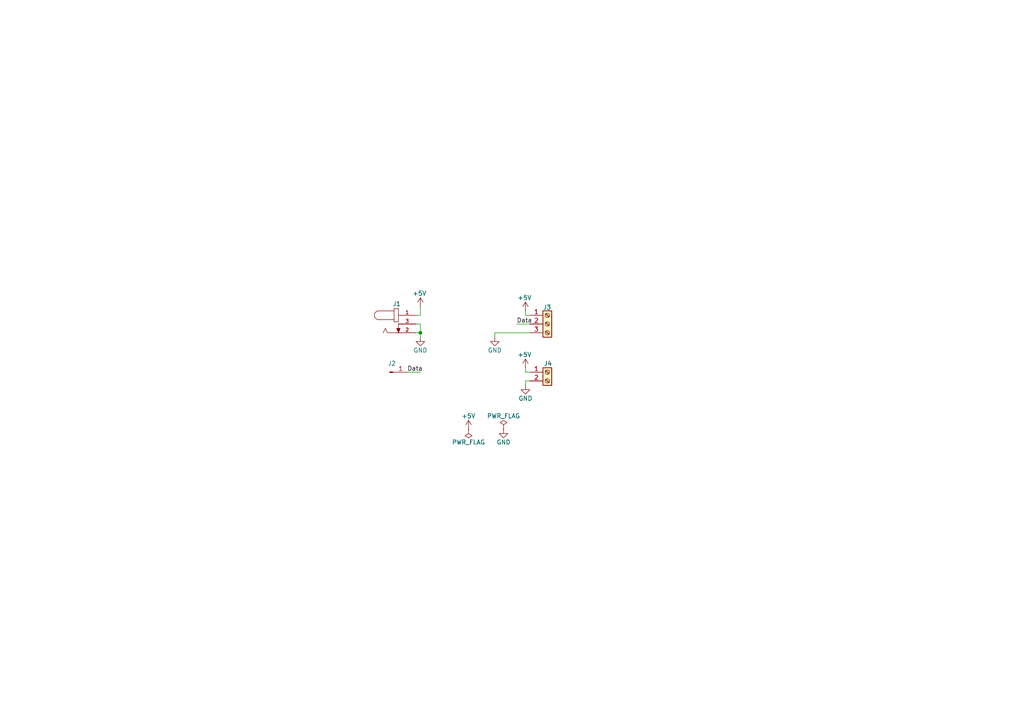
<source format=kicad_sch>
(kicad_sch (version 20231120) (generator "eeschema") (generator_version "8.0")
  (paper "A4")
  (lib_symbols
    (symbol "Connector:Conn_01x01_Pin" (pin_names (offset 1.016) hide)
      (property "Reference" "J" (at 0 2.54 0))
      (property "Value" "Conn_01x01_Pin" (at 0 -2.54 0))
      (symbol "Conn_01x01_Pin_1_1"
        (polyline (pts (xy 1.27 0) (xy 0.8636 0)) (stroke (width 0.1524)))
        (rectangle (start 0.8636 0.127) (end 0 -0.127) (stroke (width 0.1524)) (fill (type outline)))
        (pin passive line (at 5.08 0 180) (length 3.81) (name "Pin_1") (number "1"))
      )
    )
    (symbol "Connector:Screw_Terminal_01x02" (pin_names (offset 1.016) hide)
      (property "Reference" "J" (at 0 2.54 0))
      (property "Value" "Screw_Terminal_01x02" (at 0 -5.08 0))
      (symbol "Screw_Terminal_01x02_1_1"
        (rectangle (start -1.27 1.27) (end 1.27 -3.81) (stroke (width 0.254)) (fill (type background)))
        (circle (center 0 -2.54) (radius 0.635) (stroke (width 0.1524)))
        (polyline (pts (xy -0.5334 -2.2098) (xy 0.3302 -3.048)) (stroke (width 0.1524)))
        (polyline (pts (xy -0.5334 0.3302) (xy 0.3302 -0.508)) (stroke (width 0.1524)))
        (polyline (pts (xy -0.3556 -2.032) (xy 0.508 -2.8702)) (stroke (width 0.1524)))
        (polyline (pts (xy -0.3556 0.508) (xy 0.508 -0.3302)) (stroke (width 0.1524)))
        (circle (center 0 0) (radius 0.635) (stroke (width 0.1524)))
        (pin passive line (at -5.08 0 0) (length 3.81) (name "Pin_1") (number "1"))
        (pin passive line (at -5.08 -2.54 0) (length 3.81) (name "Pin_2") (number "2"))
      )
    )
    (symbol "Connector:Screw_Terminal_01x03" (pin_names (offset 1.016) hide)
      (property "Reference" "J" (at 0 5.08 0))
      (property "Value" "Screw_Terminal_01x03" (at 0 -5.08 0))
      (symbol "Screw_Terminal_01x03_1_1"
        (rectangle (start -1.27 3.81) (end 1.27 -3.81) (stroke (width 0.254)) (fill (type background)))
        (circle (center 0 -2.54) (radius 0.635) (stroke (width 0.1524)))
        (polyline (pts (xy -0.5334 -2.2098) (xy 0.3302 -3.048)) (stroke (width 0.1524)))
        (polyline (pts (xy -0.5334 0.3302) (xy 0.3302 -0.508)) (stroke (width 0.1524)))
        (polyline (pts (xy -0.5334 2.8702) (xy 0.3302 2.032)) (stroke (width 0.1524)))
        (polyline (pts (xy -0.3556 -2.032) (xy 0.508 -2.8702)) (stroke (width 0.1524)))
        (polyline (pts (xy -0.3556 0.508) (xy 0.508 -0.3302)) (stroke (width 0.1524)))
        (polyline (pts (xy -0.3556 3.048) (xy 0.508 2.2098)) (stroke (width 0.1524)))
        (circle (center 0 0) (radius 0.635) (stroke (width 0.1524)))
        (circle (center 0 2.54) (radius 0.635) (stroke (width 0.1524)))
        (pin passive line (at -5.08 2.54 0) (length 3.81) (name "Pin_1") (number "1"))
        (pin passive line (at -5.08 0 0) (length 3.81) (name "Pin_2") (number "2"))
        (pin passive line (at -5.08 -2.54 0) (length 3.81) (name "Pin_3") (number "3"))
      )
    )
    (symbol "PJ-102B:PJ-102B" (pin_names (offset 1.016))
      (property "Reference" "J" (at -7.626 5.084 0))
      (property "Value" "PJ-102B" (at -7.6323 -5.0882 0))
      (symbol "PJ-102B_0_0"
        (arc (start -5.715 3.81) (mid -6.9794 2.54) (end -5.715 1.27) (stroke (width 0.1524)))
        (polyline (pts (xy -5.715 3.81) (xy -1.27 3.81)) (stroke (width 0.1524)))
        (polyline (pts (xy -3.81 -1.27) (xy -4.445 -2.54)) (stroke (width 0.1524)))
        (polyline (pts (xy -3.175 -2.54) (xy -3.81 -1.27)) (stroke (width 0.1524)))
        (polyline (pts (xy -1.27 0.635) (xy 0 0.635)) (stroke (width 0.1524)))
        (polyline (pts (xy -1.27 1.27) (xy -5.715 1.27)) (stroke (width 0.1524)))
        (polyline (pts (xy -1.27 1.27) (xy -1.27 0.635)) (stroke (width 0.1524)))
        (polyline (pts (xy -1.27 3.81) (xy -1.27 1.27)) (stroke (width 0.1524)))
        (polyline (pts (xy -1.27 4.445) (xy -1.27 3.81)) (stroke (width 0.1524)))
        (polyline (pts (xy 0 -2.54) (xy -3.175 -2.54)) (stroke (width 0.1524)))
        (polyline (pts (xy 0 0) (xy 0 -2.54)) (stroke (width 0.1524)))
        (polyline (pts (xy 0 0.635) (xy 0 4.445)) (stroke (width 0.1524)))
        (polyline (pts (xy 0 4.445) (xy -1.27 4.445)) (stroke (width 0.1524)))
        (polyline (pts (xy 0 -2.54) (xy -0.508 -1.27) (xy 0.508 -1.27) (xy 0 -2.54)) (stroke (width 0.1524)) (fill (type outline)))
        (pin passive line (at 5.08 2.54 180) (length 5.08) (name "~") (number "1"))
        (pin passive line (at 5.08 -2.54 180) (length 5.08) (name "~") (number "2"))
        (pin passive line (at 5.08 0 180) (length 5.08) (name "~") (number "3"))
      )
    )
    (symbol "power:+5V" (power) (pin_numbers hide) (pin_names (offset 0) hide)
      (property "Value" "+5V" (at 0 3.556 0))
      (symbol "+5V_0_1"
        (polyline (pts (xy -0.762 1.27) (xy 0 2.54)))
        (polyline (pts (xy 0 0) (xy 0 2.54)))
        (polyline (pts (xy 0 2.54) (xy 0.762 1.27)))
      )
      (symbol "+5V_1_1"
        (pin power_in line (at 0 0 90) (length 0) (name "~") (number "1"))
      )
    )
    (symbol "power:GND" (power) (pin_numbers hide) (pin_names (offset 0) hide)
      (property "Value" "GND" (at 0 -3.81 0))
      (symbol "GND_0_1"
        (polyline (pts (xy 0 0) (xy 0 -1.27) (xy 1.27 -1.27) (xy 0 -2.54) (xy -1.27 -1.27) (xy 0 -1.27)))
      )
      (symbol "GND_1_1"
        (pin power_in line (at 0 0 270) (length 0) (name "~") (number "1"))
      )
    )
    (symbol "power:PWR_FLAG" (power) (pin_numbers hide) (pin_names (offset 0) hide)
      (property "Value" "PWR_FLAG" (at 0 3.81 0))
      (symbol "PWR_FLAG_0_0"
        (pin power_out line (at 0 0 90) (length 0) (name "~") (number "1"))
      )
      (symbol "PWR_FLAG_0_1"
        (polyline (pts (xy 0 0) (xy 0 1.27) (xy -1.016 1.905) (xy 0 2.54) (xy 1.016 1.905) (xy 0 1.27)))
      )
    )
  )
  (junction (at 121.92 96.52))
  (wire (pts (xy 152.4 90.17) (xy 152.4 91.44)))
  (wire (pts (xy 149.86 93.98) (xy 153.67 93.98)))
  (wire (pts (xy 152.4 110.49) (xy 152.4 111.76)))
  (wire (pts (xy 143.51 96.52) (xy 153.67 96.52)))
  (wire (pts (xy 152.4 106.68) (xy 152.4 107.95)))
  (wire (pts (xy 120.65 96.52) (xy 121.92 96.52)))
  (wire (pts (xy 153.67 110.49) (xy 152.4 110.49)))
  (wire (pts (xy 121.92 96.52) (xy 121.92 97.79)))
  (wire (pts (xy 121.92 93.98) (xy 121.92 96.52)))
  (wire (pts (xy 152.4 91.44) (xy 153.67 91.44)))
  (wire (pts (xy 152.4 107.95) (xy 153.67 107.95)))
  (wire (pts (xy 118.11 107.95) (xy 121.92 107.95)))
  (wire (pts (xy 121.92 91.44) (xy 120.65 91.44)))
  (wire (pts (xy 143.51 96.52) (xy 143.51 97.79)))
  (wire (pts (xy 121.92 91.44) (xy 121.92 88.9)))
  (wire (pts (xy 120.65 93.98) (xy 121.92 93.98)))
  (label "Data" (at 118.11 107.95 0))
  (label "Data" (at 149.86 93.98 0))
  (symbol (lib_id "power:GND") (at 152.4 111.76 0) (unit 1)
    (property "Reference" "#PWR06" (effects (hide yes)))
    (property "Value" "GND" (at 152.4 115.57 0))
    (property "Description" "Power symbol creates a global label with name \"GND\" , ground" (effects (hide yes)))
  )
  (symbol (lib_id "Connector:Conn_01x01_Pin") (at 113.03 107.95 0) (unit 1)
    (property "Reference" "J2" (at 113.665 105.41 0))
    (property "Value" "Conn_01x01_Pin" (effects (hide yes)))
    (property "Footprint" "Connector_PinHeader_2.54mm:PinHeader_1x01_P2.54mm_Vertical" (effects (hide yes)))
    (property "Description" "Generic connector, single row, 01x01, script generated" (effects (hide yes)))
  )
  (symbol (lib_id "power:GND") (at 146.05 124.46 0) (unit 1)
    (property "Reference" "#PWR02" (effects (hide yes)))
    (property "Value" "GND" (at 146.05 128.27 0))
    (property "Description" "Power symbol creates a global label with name \"GND\" , ground" (effects (hide yes)))
  )
  (symbol (lib_id "power:GND") (at 121.92 97.79 0) (unit 1)
    (property "Reference" "#PWR03" (effects (hide yes)))
    (property "Value" "GND" (at 121.92 101.6 0))
    (property "Description" "Power symbol creates a global label with name \"GND\" , ground" (effects (hide yes)))
  )
  (symbol (lib_id "power:PWR_FLAG") (at 146.05 124.46 0) (unit 1)
    (property "Reference" "#FLG02" (effects (hide yes)))
    (property "Value" "PWR_FLAG" (at 146.05 120.65 0))
    (property "Description" "Special symbol for telling ERC where power comes from" (effects (hide yes)))
  )
  (symbol (lib_id "PJ-102B:PJ-102B") (at 115.57 93.98 0) (unit 1)
    (property "Reference" "J1" (at 115.062 88.138 0))
    (property "Value" "PJ-102B" (effects (hide yes)))
    (property "Footprint" "MyTerminalBlock:CUI_PJ-102B" (effects (hide yes)))
    (property "STANDARD" "Manufacturer recommendations" (effects (hide yes)))
    (property "PART_REV" "1.03" (effects (hide yes)))
    (property "MANUFACTURER" "CUI INC" (effects (hide yes)))
    (property "DigiKey Part" "CP-102B-ND" (effects (hide yes)))
  )
  (symbol (lib_id "Connector:Screw_Terminal_01x02") (at 158.75 107.95 0) (unit 1)
    (property "Reference" "J4" (at 157.734 105.41 0) (effects (justify left)))
    (property "Value" "Screw_Terminal_01x02" (effects (hide yes)))
    (property "Footprint" "MyTerminalBlock:PHOENIX - TERM BLK 2P SIDE ENT 5.08MM PCB" (effects (hide yes)))
    (property "Description" "Generic screw terminal, single row, 01x02, script generated (kicad-library-utils/schlib/autogen/connector/)" (effects (hide yes)))
    (property "DigiKey Part" "277-1247-ND" (effects (hide yes)))
  )
  (symbol (lib_id "power:+5V") (at 152.4 90.17 0) (unit 1)
    (property "Reference" "#PWR07" (effects (hide yes)))
    (property "Value" "+5V" (at 152.146 86.36 0))
    (property "Description" "Power symbol creates a global label with name \"+5V\"" (effects (hide yes)))
  )
  (symbol (lib_id "Connector:Screw_Terminal_01x03") (at 158.75 93.98 0) (unit 1)
    (property "Reference" "J3" (at 157.48 89.154 0) (effects (justify left)))
    (property "Value" "Screw_Terminal_01x03" (effects (hide yes)))
    (property "Footprint" "MyTerminalBlock:PHOENIX - TERM BLK 3P SIDE ENT 5.08MM PCB" (effects (hide yes)))
    (property "Description" "Generic screw terminal, single row, 01x03, script generated (kicad-library-utils/schlib/autogen/connector/)" (effects (hide yes)))
    (property "DigiKey Part" "277-1248-ND" (effects (hide yes)))
  )
  (symbol (lib_id "power:PWR_FLAG") (at 135.89 124.46 180) (unit 1)
    (property "Reference" "#FLG01" (effects (hide yes)))
    (property "Value" "PWR_FLAG" (at 135.89 128.27 0))
    (property "Description" "Special symbol for telling ERC where power comes from" (effects (hide yes)))
  )
  (symbol (lib_id "power:+5V") (at 135.89 124.46 0) (unit 1)
    (property "Reference" "#PWR01" (effects (hide yes)))
    (property "Value" "+5V" (at 135.89 120.65 0))
    (property "Description" "Power symbol creates a global label with name \"+5V\"" (effects (hide yes)))
  )
  (symbol (lib_id "power:+5V") (at 152.4 106.68 0) (unit 1)
    (property "Reference" "#PWR05" (effects (hide yes)))
    (property "Value" "+5V" (at 152.146 102.87 0))
    (property "Description" "Power symbol creates a global label with name \"+5V\"" (effects (hide yes)))
  )
  (symbol (lib_id "power:+5V") (at 121.92 88.9 0) (unit 1)
    (property "Reference" "#PWR04" (effects (hide yes)))
    (property "Value" "+5V" (at 121.666 85.09 0))
    (property "Description" "Power symbol creates a global label with name \"+5V\"" (effects (hide yes)))
  )
  (symbol (lib_id "power:GND") (at 143.51 97.79 0) (unit 1)
    (property "Reference" "#PWR08" (effects (hide yes)))
    (property "Value" "GND" (at 143.51 101.6 0))
    (property "Description" "Power symbol creates a global label with name \"GND\" , ground" (effects (hide yes)))
  )
)
</source>
